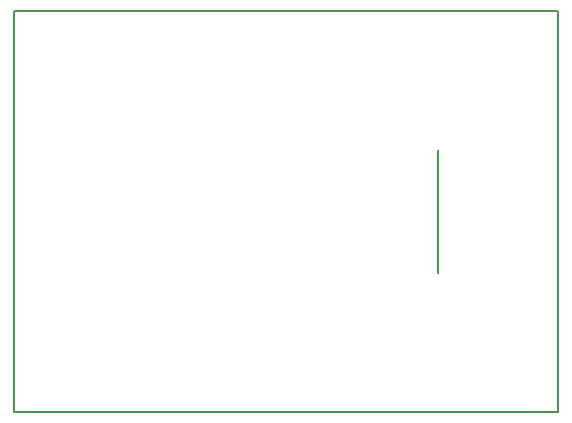
<source format=gbr>
G04 EAGLE Gerber RS-274X export*
G75*
%MOMM*%
%FSLAX34Y34*%
%LPD*%
%INSilkscreen Bottom*%
%IPPOS*%
%AMOC8*
5,1,8,0,0,1.08239X$1,22.5*%
G01*
%ADD10C,0.127000*%


D10*
X53210Y341450D02*
X53210Y1450D01*
X513210Y1450D01*
X513210Y341450D01*
X53210Y341450D01*
X412210Y223450D02*
X412210Y119450D01*
M02*

</source>
